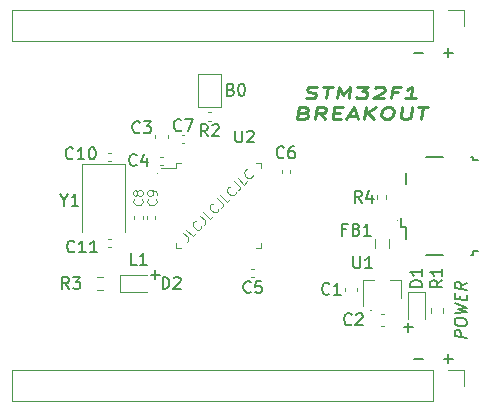
<source format=gbr>
%TF.GenerationSoftware,KiCad,Pcbnew,(5.1.7)-1*%
%TF.CreationDate,2020-11-21T17:57:00+01:00*%
%TF.ProjectId,SimpleTM32,53696d70-6c65-4544-9d33-322e6b696361,rev?*%
%TF.SameCoordinates,Original*%
%TF.FileFunction,Legend,Top*%
%TF.FilePolarity,Positive*%
%FSLAX46Y46*%
G04 Gerber Fmt 4.6, Leading zero omitted, Abs format (unit mm)*
G04 Created by KiCad (PCBNEW (5.1.7)-1) date 2020-11-21 17:57:00*
%MOMM*%
%LPD*%
G01*
G04 APERTURE LIST*
%ADD10C,0.150000*%
%ADD11C,0.120000*%
%ADD12C,0.125000*%
%ADD13C,0.250000*%
G04 APERTURE END LIST*
D10*
X73045238Y-35878571D02*
X73188095Y-35926190D01*
X73235714Y-35973809D01*
X73283333Y-36069047D01*
X73283333Y-36211904D01*
X73235714Y-36307142D01*
X73188095Y-36354761D01*
X73092857Y-36402380D01*
X72711904Y-36402380D01*
X72711904Y-35402380D01*
X73045238Y-35402380D01*
X73140476Y-35450000D01*
X73188095Y-35497619D01*
X73235714Y-35592857D01*
X73235714Y-35688095D01*
X73188095Y-35783333D01*
X73140476Y-35830952D01*
X73045238Y-35878571D01*
X72711904Y-35878571D01*
X73902380Y-35402380D02*
X73997619Y-35402380D01*
X74092857Y-35450000D01*
X74140476Y-35497619D01*
X74188095Y-35592857D01*
X74235714Y-35783333D01*
X74235714Y-36021428D01*
X74188095Y-36211904D01*
X74140476Y-36307142D01*
X74092857Y-36354761D01*
X73997619Y-36402380D01*
X73902380Y-36402380D01*
X73807142Y-36354761D01*
X73759523Y-36307142D01*
X73711904Y-36211904D01*
X73664285Y-36021428D01*
X73664285Y-35783333D01*
X73711904Y-35592857D01*
X73759523Y-35497619D01*
X73807142Y-35450000D01*
X73902380Y-35402380D01*
D11*
X84950000Y-54550000D02*
G75*
G03*
X84950000Y-54550000I-50000J0D01*
G01*
X87150000Y-47000000D02*
G75*
G03*
X87150000Y-47000000I-50000J0D01*
G01*
X66850000Y-42950000D02*
G75*
G03*
X66850000Y-42950000I-50000J0D01*
G01*
D10*
X87669047Y-56021428D02*
X88430952Y-56021428D01*
X88050000Y-56402380D02*
X88050000Y-55640476D01*
X66269047Y-51571428D02*
X67030952Y-51571428D01*
X66650000Y-51952380D02*
X66650000Y-51190476D01*
D12*
X68977291Y-48003147D02*
X69381352Y-48407208D01*
X69435227Y-48514958D01*
X69435227Y-48622708D01*
X69381352Y-48730457D01*
X69327478Y-48784332D01*
X70081725Y-48030085D02*
X69812351Y-48299459D01*
X69246665Y-47733773D01*
X70539661Y-47464399D02*
X70539661Y-47518274D01*
X70485786Y-47626024D01*
X70431911Y-47679898D01*
X70324162Y-47733773D01*
X70216412Y-47733773D01*
X70135600Y-47706836D01*
X70000913Y-47626024D01*
X69920101Y-47545211D01*
X69839288Y-47410524D01*
X69812351Y-47329712D01*
X69812351Y-47221963D01*
X69866226Y-47114213D01*
X69920101Y-47060338D01*
X70027850Y-47006463D01*
X70081725Y-47006463D01*
X70431911Y-46548528D02*
X70835972Y-46952589D01*
X70889847Y-47060338D01*
X70889847Y-47168088D01*
X70835972Y-47275837D01*
X70782097Y-47329712D01*
X71536345Y-46575465D02*
X71266971Y-46844839D01*
X70701285Y-46279154D01*
X71994280Y-46009780D02*
X71994280Y-46063654D01*
X71940406Y-46171404D01*
X71886531Y-46225279D01*
X71778781Y-46279154D01*
X71671032Y-46279154D01*
X71590219Y-46252216D01*
X71455532Y-46171404D01*
X71374720Y-46090592D01*
X71293908Y-45955905D01*
X71266971Y-45875093D01*
X71266971Y-45767343D01*
X71320845Y-45659593D01*
X71374720Y-45605719D01*
X71482470Y-45551844D01*
X71536345Y-45551844D01*
X71886531Y-45093908D02*
X72290592Y-45497969D01*
X72344467Y-45605719D01*
X72344467Y-45713468D01*
X72290592Y-45821218D01*
X72236717Y-45875093D01*
X72990964Y-45120845D02*
X72721590Y-45390219D01*
X72155905Y-44824534D01*
X73448900Y-44555160D02*
X73448900Y-44609035D01*
X73395025Y-44716784D01*
X73341150Y-44770659D01*
X73233401Y-44824534D01*
X73125651Y-44824534D01*
X73044839Y-44797597D01*
X72910152Y-44716784D01*
X72829340Y-44635972D01*
X72748528Y-44501285D01*
X72721590Y-44420473D01*
X72721590Y-44312723D01*
X72775465Y-44204974D01*
X72829340Y-44151099D01*
X72937089Y-44097224D01*
X72990964Y-44097224D01*
X73341150Y-43639288D02*
X73745211Y-44043349D01*
X73799086Y-44151099D01*
X73799086Y-44258849D01*
X73745211Y-44366598D01*
X73691337Y-44420473D01*
X74445584Y-43666226D02*
X74176210Y-43935600D01*
X73610524Y-43369914D01*
X74903520Y-43100540D02*
X74903520Y-43154415D01*
X74849645Y-43262165D01*
X74795770Y-43316039D01*
X74688021Y-43369914D01*
X74580271Y-43369914D01*
X74499459Y-43342977D01*
X74364772Y-43262165D01*
X74283960Y-43181352D01*
X74203147Y-43046665D01*
X74176210Y-42965853D01*
X74176210Y-42858104D01*
X74230085Y-42750354D01*
X74283960Y-42696479D01*
X74391709Y-42642604D01*
X74445584Y-42642604D01*
D13*
X79404985Y-36579761D02*
X79613318Y-36627380D01*
X79970461Y-36627380D01*
X80119270Y-36579761D01*
X80196651Y-36532142D01*
X80279985Y-36436904D01*
X80291889Y-36341666D01*
X80232366Y-36246428D01*
X80166889Y-36198809D01*
X80029985Y-36151190D01*
X79750223Y-36103571D01*
X79613318Y-36055952D01*
X79547842Y-36008333D01*
X79488318Y-35913095D01*
X79500223Y-35817857D01*
X79583556Y-35722619D01*
X79660937Y-35675000D01*
X79809747Y-35627380D01*
X80166889Y-35627380D01*
X80375223Y-35675000D01*
X80809747Y-35627380D02*
X81666889Y-35627380D01*
X81113318Y-36627380D02*
X81238318Y-35627380D01*
X82041889Y-36627380D02*
X82166889Y-35627380D01*
X82577604Y-36341666D01*
X83166889Y-35627380D01*
X83041889Y-36627380D01*
X83738318Y-35627380D02*
X84666889Y-35627380D01*
X84119270Y-36008333D01*
X84333556Y-36008333D01*
X84470461Y-36055952D01*
X84535937Y-36103571D01*
X84595461Y-36198809D01*
X84565699Y-36436904D01*
X84482366Y-36532142D01*
X84404985Y-36579761D01*
X84256175Y-36627380D01*
X83827604Y-36627380D01*
X83690699Y-36579761D01*
X83625223Y-36532142D01*
X85226413Y-35722619D02*
X85303794Y-35675000D01*
X85452604Y-35627380D01*
X85809747Y-35627380D01*
X85946651Y-35675000D01*
X86012127Y-35722619D01*
X86071651Y-35817857D01*
X86059747Y-35913095D01*
X85970461Y-36055952D01*
X85041889Y-36627380D01*
X85970461Y-36627380D01*
X87178794Y-36103571D02*
X86678794Y-36103571D01*
X86613318Y-36627380D02*
X86738318Y-35627380D01*
X87452604Y-35627380D01*
X88684747Y-36627380D02*
X87827604Y-36627380D01*
X88256175Y-36627380D02*
X88381175Y-35627380D01*
X88220461Y-35770238D01*
X88065699Y-35865476D01*
X87916889Y-35913095D01*
X79250223Y-37853571D02*
X79458556Y-37901190D01*
X79524032Y-37948809D01*
X79583556Y-38044047D01*
X79565699Y-38186904D01*
X79482366Y-38282142D01*
X79404985Y-38329761D01*
X79256175Y-38377380D01*
X78684747Y-38377380D01*
X78809747Y-37377380D01*
X79309747Y-37377380D01*
X79446651Y-37425000D01*
X79512127Y-37472619D01*
X79571651Y-37567857D01*
X79559747Y-37663095D01*
X79476413Y-37758333D01*
X79399032Y-37805952D01*
X79250223Y-37853571D01*
X78750223Y-37853571D01*
X81041889Y-38377380D02*
X80601413Y-37901190D01*
X80184747Y-38377380D02*
X80309747Y-37377380D01*
X80881175Y-37377380D01*
X81018080Y-37425000D01*
X81083556Y-37472619D01*
X81143080Y-37567857D01*
X81125223Y-37710714D01*
X81041889Y-37805952D01*
X80964508Y-37853571D01*
X80815699Y-37901190D01*
X80244270Y-37901190D01*
X81750223Y-37853571D02*
X82250223Y-37853571D01*
X82399032Y-38377380D02*
X81684747Y-38377380D01*
X81809747Y-37377380D01*
X82524032Y-37377380D01*
X83006175Y-38091666D02*
X83720461Y-38091666D01*
X82827604Y-38377380D02*
X83452604Y-37377380D01*
X83827604Y-38377380D01*
X84327604Y-38377380D02*
X84452604Y-37377380D01*
X85184747Y-38377380D02*
X84613318Y-37805952D01*
X85309747Y-37377380D02*
X84381175Y-37948809D01*
X86238318Y-37377380D02*
X86524032Y-37377380D01*
X86660937Y-37425000D01*
X86791889Y-37520238D01*
X86839508Y-37710714D01*
X86797842Y-38044047D01*
X86702604Y-38234523D01*
X86547842Y-38329761D01*
X86399032Y-38377380D01*
X86113318Y-38377380D01*
X85976413Y-38329761D01*
X85845461Y-38234523D01*
X85797842Y-38044047D01*
X85839508Y-37710714D01*
X85934747Y-37520238D01*
X86089508Y-37425000D01*
X86238318Y-37377380D01*
X87524032Y-37377380D02*
X87422842Y-38186904D01*
X87482366Y-38282142D01*
X87547842Y-38329761D01*
X87684747Y-38377380D01*
X87970461Y-38377380D01*
X88119270Y-38329761D01*
X88196651Y-38282142D01*
X88279985Y-38186904D01*
X88381175Y-37377380D01*
X88881175Y-37377380D02*
X89738318Y-37377380D01*
X89184747Y-38377380D02*
X89309747Y-37377380D01*
D10*
X88519047Y-58671428D02*
X89280952Y-58671428D01*
X91059047Y-58671428D02*
X91820952Y-58671428D01*
X91440000Y-59052380D02*
X91440000Y-58290476D01*
X88519047Y-32761428D02*
X89280952Y-32761428D01*
X91059047Y-32761428D02*
X91820952Y-32761428D01*
X91440000Y-33142380D02*
X91440000Y-32380476D01*
X93002380Y-56909508D02*
X92002380Y-56784508D01*
X92002380Y-56403556D01*
X92050000Y-56314270D01*
X92097619Y-56272604D01*
X92192857Y-56236889D01*
X92335714Y-56254747D01*
X92430952Y-56314270D01*
X92478571Y-56367842D01*
X92526190Y-56469032D01*
X92526190Y-56849985D01*
X92002380Y-55594032D02*
X92002380Y-55403556D01*
X92050000Y-55314270D01*
X92145238Y-55230937D01*
X92335714Y-55207127D01*
X92669047Y-55248794D01*
X92859523Y-55320223D01*
X92954761Y-55427366D01*
X93002380Y-55528556D01*
X93002380Y-55719032D01*
X92954761Y-55808318D01*
X92859523Y-55891651D01*
X92669047Y-55915461D01*
X92335714Y-55873794D01*
X92145238Y-55802366D01*
X92050000Y-55695223D01*
X92002380Y-55594032D01*
X92002380Y-54832127D02*
X93002380Y-54719032D01*
X92288095Y-54439270D01*
X93002380Y-54338080D01*
X92002380Y-53974985D01*
X92478571Y-53653556D02*
X92478571Y-53320223D01*
X93002380Y-53242842D02*
X93002380Y-53719032D01*
X92002380Y-53594032D01*
X92002380Y-53117842D01*
X93002380Y-52242842D02*
X92526190Y-52516651D01*
X93002380Y-52814270D02*
X92002380Y-52689270D01*
X92002380Y-52308318D01*
X92050000Y-52219032D01*
X92097619Y-52177366D01*
X92192857Y-52141651D01*
X92335714Y-52159508D01*
X92430952Y-52219032D01*
X92478571Y-52272604D01*
X92526190Y-52373794D01*
X92526190Y-52754747D01*
D11*
%TO.C,U2*%
X68390000Y-42560000D02*
X67100000Y-42560000D01*
X68390000Y-42110000D02*
X68390000Y-42560000D01*
X68840000Y-42110000D02*
X68390000Y-42110000D01*
X75610000Y-42110000D02*
X75610000Y-42560000D01*
X75160000Y-42110000D02*
X75610000Y-42110000D01*
X68390000Y-49330000D02*
X68390000Y-48880000D01*
X68840000Y-49330000D02*
X68390000Y-49330000D01*
X75610000Y-49330000D02*
X75610000Y-48880000D01*
X75160000Y-49330000D02*
X75610000Y-49330000D01*
%TO.C,R4*%
X85460000Y-44846359D02*
X85460000Y-45153641D01*
X86220000Y-44846359D02*
X86220000Y-45153641D01*
%TO.C,Y1*%
X60475000Y-42175000D02*
X60475000Y-47925000D01*
X64075000Y-42175000D02*
X60475000Y-42175000D01*
X64075000Y-47925000D02*
X64075000Y-42175000D01*
%TO.C,U1*%
X87430000Y-52040000D02*
X87430000Y-53500000D01*
X84270000Y-52040000D02*
X84270000Y-54200000D01*
X84270000Y-52040000D02*
X85200000Y-52040000D01*
X87430000Y-52040000D02*
X86500000Y-52040000D01*
%TO.C,R3*%
X62212258Y-51777500D02*
X61737742Y-51777500D01*
X62212258Y-52822500D02*
X61737742Y-52822500D01*
%TO.C,R2*%
X71096359Y-38555000D02*
X71403641Y-38555000D01*
X71096359Y-37795000D02*
X71403641Y-37795000D01*
%TO.C,R1*%
X89977500Y-54337742D02*
X89977500Y-54812258D01*
X91022500Y-54337742D02*
X91022500Y-54812258D01*
%TO.C,JP1*%
X72250000Y-34550000D02*
X72250000Y-37350000D01*
X72250000Y-37350000D02*
X70250000Y-37350000D01*
X70250000Y-37350000D02*
X70250000Y-34550000D01*
X70250000Y-34550000D02*
X72250000Y-34550000D01*
%TO.C,J3*%
X92770000Y-59630000D02*
X92770000Y-60960000D01*
X91440000Y-59630000D02*
X92770000Y-59630000D01*
X90170000Y-59630000D02*
X90170000Y-62290000D01*
X90170000Y-62290000D02*
X54550000Y-62290000D01*
X90170000Y-59630000D02*
X54550000Y-59630000D01*
X54550000Y-59630000D02*
X54550000Y-62290000D01*
%TO.C,J2*%
X92770000Y-29150000D02*
X92770000Y-30480000D01*
X91440000Y-29150000D02*
X92770000Y-29150000D01*
X90170000Y-29150000D02*
X90170000Y-31810000D01*
X90170000Y-31810000D02*
X54550000Y-31810000D01*
X90170000Y-29150000D02*
X54550000Y-29150000D01*
X54550000Y-29150000D02*
X54550000Y-31810000D01*
D10*
%TO.C,J1*%
X87850000Y-43920000D02*
X87850000Y-42920000D01*
X87850000Y-47520000D02*
X87850000Y-48520000D01*
X87425000Y-47520000D02*
X87850000Y-47520000D01*
X87425000Y-46795000D02*
X87425000Y-47520000D01*
X91000000Y-41570000D02*
X89600000Y-41570000D01*
X93550000Y-41570000D02*
X93400000Y-41570000D01*
X93550000Y-41870000D02*
X93550000Y-41570000D01*
X94000000Y-41870000D02*
X93550000Y-41870000D01*
X93550000Y-49570000D02*
X94000000Y-49570000D01*
X93550000Y-49870000D02*
X93550000Y-49570000D01*
X93400000Y-49870000D02*
X93550000Y-49870000D01*
X89600000Y-49870000D02*
X91000000Y-49870000D01*
D11*
%TO.C,FB1*%
X86410000Y-49317122D02*
X86410000Y-48517878D01*
X85290000Y-49317122D02*
X85290000Y-48517878D01*
%TO.C,D2*%
X63690000Y-53035000D02*
X65975000Y-53035000D01*
X63690000Y-51565000D02*
X63690000Y-53035000D01*
X65975000Y-51565000D02*
X63690000Y-51565000D01*
%TO.C,D1*%
X88040000Y-53052500D02*
X88040000Y-55337500D01*
X89510000Y-53052500D02*
X88040000Y-53052500D01*
X89510000Y-55337500D02*
X89510000Y-53052500D01*
%TO.C,C11*%
X62647164Y-49235000D02*
X62862836Y-49235000D01*
X62647164Y-48515000D02*
X62862836Y-48515000D01*
%TO.C,C10*%
X62652164Y-41935000D02*
X62867836Y-41935000D01*
X62652164Y-41215000D02*
X62867836Y-41215000D01*
%TO.C,C9*%
X66635000Y-46832836D02*
X66635000Y-46617164D01*
X65915000Y-46832836D02*
X65915000Y-46617164D01*
%TO.C,C8*%
X65585000Y-46827836D02*
X65585000Y-46612164D01*
X64865000Y-46827836D02*
X64865000Y-46612164D01*
%TO.C,C7*%
X68892164Y-40410000D02*
X69107836Y-40410000D01*
X68892164Y-39690000D02*
X69107836Y-39690000D01*
%TO.C,C6*%
X77340000Y-42712164D02*
X77340000Y-42927836D01*
X78060000Y-42712164D02*
X78060000Y-42927836D01*
%TO.C,C5*%
X75007836Y-51040000D02*
X74792164Y-51040000D01*
X75007836Y-51760000D02*
X74792164Y-51760000D01*
%TO.C,C4*%
X67277836Y-41565000D02*
X67062164Y-41565000D01*
X67277836Y-42285000D02*
X67062164Y-42285000D01*
%TO.C,C3*%
X67685000Y-39990580D02*
X67685000Y-39709420D01*
X66665000Y-39990580D02*
X66665000Y-39709420D01*
%TO.C,C2*%
X86040580Y-54865000D02*
X85759420Y-54865000D01*
X86040580Y-55885000D02*
X85759420Y-55885000D01*
%TO.C,C1*%
X82715000Y-52659420D02*
X82715000Y-52940580D01*
X83735000Y-52659420D02*
X83735000Y-52940580D01*
%TO.C,U2*%
D10*
X73438095Y-39352380D02*
X73438095Y-40161904D01*
X73485714Y-40257142D01*
X73533333Y-40304761D01*
X73628571Y-40352380D01*
X73819047Y-40352380D01*
X73914285Y-40304761D01*
X73961904Y-40257142D01*
X74009523Y-40161904D01*
X74009523Y-39352380D01*
X74438095Y-39447619D02*
X74485714Y-39400000D01*
X74580952Y-39352380D01*
X74819047Y-39352380D01*
X74914285Y-39400000D01*
X74961904Y-39447619D01*
X75009523Y-39542857D01*
X75009523Y-39638095D01*
X74961904Y-39780952D01*
X74390476Y-40352380D01*
X75009523Y-40352380D01*
%TO.C,R4*%
X84123333Y-45452380D02*
X83790000Y-44976190D01*
X83551904Y-45452380D02*
X83551904Y-44452380D01*
X83932857Y-44452380D01*
X84028095Y-44500000D01*
X84075714Y-44547619D01*
X84123333Y-44642857D01*
X84123333Y-44785714D01*
X84075714Y-44880952D01*
X84028095Y-44928571D01*
X83932857Y-44976190D01*
X83551904Y-44976190D01*
X84980476Y-44785714D02*
X84980476Y-45452380D01*
X84742380Y-44404761D02*
X84504285Y-45119047D01*
X85123333Y-45119047D01*
%TO.C,Y1*%
X58948809Y-45226190D02*
X58948809Y-45702380D01*
X58615476Y-44702380D02*
X58948809Y-45226190D01*
X59282142Y-44702380D01*
X60139285Y-45702380D02*
X59567857Y-45702380D01*
X59853571Y-45702380D02*
X59853571Y-44702380D01*
X59758333Y-44845238D01*
X59663095Y-44940476D01*
X59567857Y-44988095D01*
%TO.C,U1*%
X83428095Y-50002380D02*
X83428095Y-50811904D01*
X83475714Y-50907142D01*
X83523333Y-50954761D01*
X83618571Y-51002380D01*
X83809047Y-51002380D01*
X83904285Y-50954761D01*
X83951904Y-50907142D01*
X83999523Y-50811904D01*
X83999523Y-50002380D01*
X84999523Y-51002380D02*
X84428095Y-51002380D01*
X84713809Y-51002380D02*
X84713809Y-50002380D01*
X84618571Y-50145238D01*
X84523333Y-50240476D01*
X84428095Y-50288095D01*
%TO.C,R3*%
X59333333Y-52752380D02*
X59000000Y-52276190D01*
X58761904Y-52752380D02*
X58761904Y-51752380D01*
X59142857Y-51752380D01*
X59238095Y-51800000D01*
X59285714Y-51847619D01*
X59333333Y-51942857D01*
X59333333Y-52085714D01*
X59285714Y-52180952D01*
X59238095Y-52228571D01*
X59142857Y-52276190D01*
X58761904Y-52276190D01*
X59666666Y-51752380D02*
X60285714Y-51752380D01*
X59952380Y-52133333D01*
X60095238Y-52133333D01*
X60190476Y-52180952D01*
X60238095Y-52228571D01*
X60285714Y-52323809D01*
X60285714Y-52561904D01*
X60238095Y-52657142D01*
X60190476Y-52704761D01*
X60095238Y-52752380D01*
X59809523Y-52752380D01*
X59714285Y-52704761D01*
X59666666Y-52657142D01*
%TO.C,R2*%
X71083333Y-39827380D02*
X70750000Y-39351190D01*
X70511904Y-39827380D02*
X70511904Y-38827380D01*
X70892857Y-38827380D01*
X70988095Y-38875000D01*
X71035714Y-38922619D01*
X71083333Y-39017857D01*
X71083333Y-39160714D01*
X71035714Y-39255952D01*
X70988095Y-39303571D01*
X70892857Y-39351190D01*
X70511904Y-39351190D01*
X71464285Y-38922619D02*
X71511904Y-38875000D01*
X71607142Y-38827380D01*
X71845238Y-38827380D01*
X71940476Y-38875000D01*
X71988095Y-38922619D01*
X72035714Y-39017857D01*
X72035714Y-39113095D01*
X71988095Y-39255952D01*
X71416666Y-39827380D01*
X72035714Y-39827380D01*
%TO.C,R1*%
X90942380Y-52006666D02*
X90466190Y-52340000D01*
X90942380Y-52578095D02*
X89942380Y-52578095D01*
X89942380Y-52197142D01*
X89990000Y-52101904D01*
X90037619Y-52054285D01*
X90132857Y-52006666D01*
X90275714Y-52006666D01*
X90370952Y-52054285D01*
X90418571Y-52101904D01*
X90466190Y-52197142D01*
X90466190Y-52578095D01*
X90942380Y-51054285D02*
X90942380Y-51625714D01*
X90942380Y-51340000D02*
X89942380Y-51340000D01*
X90085238Y-51435238D01*
X90180476Y-51530476D01*
X90228095Y-51625714D01*
%TO.C,L1*%
X65058333Y-50727380D02*
X64582142Y-50727380D01*
X64582142Y-49727380D01*
X65915476Y-50727380D02*
X65344047Y-50727380D01*
X65629761Y-50727380D02*
X65629761Y-49727380D01*
X65534523Y-49870238D01*
X65439285Y-49965476D01*
X65344047Y-50013095D01*
%TO.C,FB1*%
X82826666Y-47718571D02*
X82493333Y-47718571D01*
X82493333Y-48242380D02*
X82493333Y-47242380D01*
X82969523Y-47242380D01*
X83683809Y-47718571D02*
X83826666Y-47766190D01*
X83874285Y-47813809D01*
X83921904Y-47909047D01*
X83921904Y-48051904D01*
X83874285Y-48147142D01*
X83826666Y-48194761D01*
X83731428Y-48242380D01*
X83350476Y-48242380D01*
X83350476Y-47242380D01*
X83683809Y-47242380D01*
X83779047Y-47290000D01*
X83826666Y-47337619D01*
X83874285Y-47432857D01*
X83874285Y-47528095D01*
X83826666Y-47623333D01*
X83779047Y-47670952D01*
X83683809Y-47718571D01*
X83350476Y-47718571D01*
X84874285Y-48242380D02*
X84302857Y-48242380D01*
X84588571Y-48242380D02*
X84588571Y-47242380D01*
X84493333Y-47385238D01*
X84398095Y-47480476D01*
X84302857Y-47528095D01*
%TO.C,D2*%
X67261904Y-52752380D02*
X67261904Y-51752380D01*
X67500000Y-51752380D01*
X67642857Y-51800000D01*
X67738095Y-51895238D01*
X67785714Y-51990476D01*
X67833333Y-52180952D01*
X67833333Y-52323809D01*
X67785714Y-52514285D01*
X67738095Y-52609523D01*
X67642857Y-52704761D01*
X67500000Y-52752380D01*
X67261904Y-52752380D01*
X68214285Y-51847619D02*
X68261904Y-51800000D01*
X68357142Y-51752380D01*
X68595238Y-51752380D01*
X68690476Y-51800000D01*
X68738095Y-51847619D01*
X68785714Y-51942857D01*
X68785714Y-52038095D01*
X68738095Y-52180952D01*
X68166666Y-52752380D01*
X68785714Y-52752380D01*
%TO.C,D1*%
X89232380Y-52588095D02*
X88232380Y-52588095D01*
X88232380Y-52350000D01*
X88280000Y-52207142D01*
X88375238Y-52111904D01*
X88470476Y-52064285D01*
X88660952Y-52016666D01*
X88803809Y-52016666D01*
X88994285Y-52064285D01*
X89089523Y-52111904D01*
X89184761Y-52207142D01*
X89232380Y-52350000D01*
X89232380Y-52588095D01*
X89232380Y-51064285D02*
X89232380Y-51635714D01*
X89232380Y-51350000D02*
X88232380Y-51350000D01*
X88375238Y-51445238D01*
X88470476Y-51540476D01*
X88518095Y-51635714D01*
%TO.C,C11*%
X59807142Y-49582142D02*
X59759523Y-49629761D01*
X59616666Y-49677380D01*
X59521428Y-49677380D01*
X59378571Y-49629761D01*
X59283333Y-49534523D01*
X59235714Y-49439285D01*
X59188095Y-49248809D01*
X59188095Y-49105952D01*
X59235714Y-48915476D01*
X59283333Y-48820238D01*
X59378571Y-48725000D01*
X59521428Y-48677380D01*
X59616666Y-48677380D01*
X59759523Y-48725000D01*
X59807142Y-48772619D01*
X60759523Y-49677380D02*
X60188095Y-49677380D01*
X60473809Y-49677380D02*
X60473809Y-48677380D01*
X60378571Y-48820238D01*
X60283333Y-48915476D01*
X60188095Y-48963095D01*
X61711904Y-49677380D02*
X61140476Y-49677380D01*
X61426190Y-49677380D02*
X61426190Y-48677380D01*
X61330952Y-48820238D01*
X61235714Y-48915476D01*
X61140476Y-48963095D01*
%TO.C,C10*%
X59682142Y-41682142D02*
X59634523Y-41729761D01*
X59491666Y-41777380D01*
X59396428Y-41777380D01*
X59253571Y-41729761D01*
X59158333Y-41634523D01*
X59110714Y-41539285D01*
X59063095Y-41348809D01*
X59063095Y-41205952D01*
X59110714Y-41015476D01*
X59158333Y-40920238D01*
X59253571Y-40825000D01*
X59396428Y-40777380D01*
X59491666Y-40777380D01*
X59634523Y-40825000D01*
X59682142Y-40872619D01*
X60634523Y-41777380D02*
X60063095Y-41777380D01*
X60348809Y-41777380D02*
X60348809Y-40777380D01*
X60253571Y-40920238D01*
X60158333Y-41015476D01*
X60063095Y-41063095D01*
X61253571Y-40777380D02*
X61348809Y-40777380D01*
X61444047Y-40825000D01*
X61491666Y-40872619D01*
X61539285Y-40967857D01*
X61586904Y-41158333D01*
X61586904Y-41396428D01*
X61539285Y-41586904D01*
X61491666Y-41682142D01*
X61444047Y-41729761D01*
X61348809Y-41777380D01*
X61253571Y-41777380D01*
X61158333Y-41729761D01*
X61110714Y-41682142D01*
X61063095Y-41586904D01*
X61015476Y-41396428D01*
X61015476Y-41158333D01*
X61063095Y-40967857D01*
X61110714Y-40872619D01*
X61158333Y-40825000D01*
X61253571Y-40777380D01*
%TO.C,C9*%
D12*
X66685714Y-45158333D02*
X66723809Y-45196428D01*
X66761904Y-45310714D01*
X66761904Y-45386904D01*
X66723809Y-45501190D01*
X66647619Y-45577380D01*
X66571428Y-45615476D01*
X66419047Y-45653571D01*
X66304761Y-45653571D01*
X66152380Y-45615476D01*
X66076190Y-45577380D01*
X66000000Y-45501190D01*
X65961904Y-45386904D01*
X65961904Y-45310714D01*
X66000000Y-45196428D01*
X66038095Y-45158333D01*
X66761904Y-44777380D02*
X66761904Y-44625000D01*
X66723809Y-44548809D01*
X66685714Y-44510714D01*
X66571428Y-44434523D01*
X66419047Y-44396428D01*
X66114285Y-44396428D01*
X66038095Y-44434523D01*
X66000000Y-44472619D01*
X65961904Y-44548809D01*
X65961904Y-44701190D01*
X66000000Y-44777380D01*
X66038095Y-44815476D01*
X66114285Y-44853571D01*
X66304761Y-44853571D01*
X66380952Y-44815476D01*
X66419047Y-44777380D01*
X66457142Y-44701190D01*
X66457142Y-44548809D01*
X66419047Y-44472619D01*
X66380952Y-44434523D01*
X66304761Y-44396428D01*
%TO.C,C8*%
X65510714Y-45158333D02*
X65548809Y-45196428D01*
X65586904Y-45310714D01*
X65586904Y-45386904D01*
X65548809Y-45501190D01*
X65472619Y-45577380D01*
X65396428Y-45615476D01*
X65244047Y-45653571D01*
X65129761Y-45653571D01*
X64977380Y-45615476D01*
X64901190Y-45577380D01*
X64825000Y-45501190D01*
X64786904Y-45386904D01*
X64786904Y-45310714D01*
X64825000Y-45196428D01*
X64863095Y-45158333D01*
X65129761Y-44701190D02*
X65091666Y-44777380D01*
X65053571Y-44815476D01*
X64977380Y-44853571D01*
X64939285Y-44853571D01*
X64863095Y-44815476D01*
X64825000Y-44777380D01*
X64786904Y-44701190D01*
X64786904Y-44548809D01*
X64825000Y-44472619D01*
X64863095Y-44434523D01*
X64939285Y-44396428D01*
X64977380Y-44396428D01*
X65053571Y-44434523D01*
X65091666Y-44472619D01*
X65129761Y-44548809D01*
X65129761Y-44701190D01*
X65167857Y-44777380D01*
X65205952Y-44815476D01*
X65282142Y-44853571D01*
X65434523Y-44853571D01*
X65510714Y-44815476D01*
X65548809Y-44777380D01*
X65586904Y-44701190D01*
X65586904Y-44548809D01*
X65548809Y-44472619D01*
X65510714Y-44434523D01*
X65434523Y-44396428D01*
X65282142Y-44396428D01*
X65205952Y-44434523D01*
X65167857Y-44472619D01*
X65129761Y-44548809D01*
%TO.C,C7*%
D10*
X68833333Y-39307142D02*
X68785714Y-39354761D01*
X68642857Y-39402380D01*
X68547619Y-39402380D01*
X68404761Y-39354761D01*
X68309523Y-39259523D01*
X68261904Y-39164285D01*
X68214285Y-38973809D01*
X68214285Y-38830952D01*
X68261904Y-38640476D01*
X68309523Y-38545238D01*
X68404761Y-38450000D01*
X68547619Y-38402380D01*
X68642857Y-38402380D01*
X68785714Y-38450000D01*
X68833333Y-38497619D01*
X69166666Y-38402380D02*
X69833333Y-38402380D01*
X69404761Y-39402380D01*
%TO.C,C6*%
X77533333Y-41607142D02*
X77485714Y-41654761D01*
X77342857Y-41702380D01*
X77247619Y-41702380D01*
X77104761Y-41654761D01*
X77009523Y-41559523D01*
X76961904Y-41464285D01*
X76914285Y-41273809D01*
X76914285Y-41130952D01*
X76961904Y-40940476D01*
X77009523Y-40845238D01*
X77104761Y-40750000D01*
X77247619Y-40702380D01*
X77342857Y-40702380D01*
X77485714Y-40750000D01*
X77533333Y-40797619D01*
X78390476Y-40702380D02*
X78200000Y-40702380D01*
X78104761Y-40750000D01*
X78057142Y-40797619D01*
X77961904Y-40940476D01*
X77914285Y-41130952D01*
X77914285Y-41511904D01*
X77961904Y-41607142D01*
X78009523Y-41654761D01*
X78104761Y-41702380D01*
X78295238Y-41702380D01*
X78390476Y-41654761D01*
X78438095Y-41607142D01*
X78485714Y-41511904D01*
X78485714Y-41273809D01*
X78438095Y-41178571D01*
X78390476Y-41130952D01*
X78295238Y-41083333D01*
X78104761Y-41083333D01*
X78009523Y-41130952D01*
X77961904Y-41178571D01*
X77914285Y-41273809D01*
%TO.C,C5*%
X74733333Y-53007142D02*
X74685714Y-53054761D01*
X74542857Y-53102380D01*
X74447619Y-53102380D01*
X74304761Y-53054761D01*
X74209523Y-52959523D01*
X74161904Y-52864285D01*
X74114285Y-52673809D01*
X74114285Y-52530952D01*
X74161904Y-52340476D01*
X74209523Y-52245238D01*
X74304761Y-52150000D01*
X74447619Y-52102380D01*
X74542857Y-52102380D01*
X74685714Y-52150000D01*
X74733333Y-52197619D01*
X75638095Y-52102380D02*
X75161904Y-52102380D01*
X75114285Y-52578571D01*
X75161904Y-52530952D01*
X75257142Y-52483333D01*
X75495238Y-52483333D01*
X75590476Y-52530952D01*
X75638095Y-52578571D01*
X75685714Y-52673809D01*
X75685714Y-52911904D01*
X75638095Y-53007142D01*
X75590476Y-53054761D01*
X75495238Y-53102380D01*
X75257142Y-53102380D01*
X75161904Y-53054761D01*
X75114285Y-53007142D01*
%TO.C,C4*%
X65058333Y-42257142D02*
X65010714Y-42304761D01*
X64867857Y-42352380D01*
X64772619Y-42352380D01*
X64629761Y-42304761D01*
X64534523Y-42209523D01*
X64486904Y-42114285D01*
X64439285Y-41923809D01*
X64439285Y-41780952D01*
X64486904Y-41590476D01*
X64534523Y-41495238D01*
X64629761Y-41400000D01*
X64772619Y-41352380D01*
X64867857Y-41352380D01*
X65010714Y-41400000D01*
X65058333Y-41447619D01*
X65915476Y-41685714D02*
X65915476Y-42352380D01*
X65677380Y-41304761D02*
X65439285Y-42019047D01*
X66058333Y-42019047D01*
%TO.C,C3*%
X65333333Y-39482142D02*
X65285714Y-39529761D01*
X65142857Y-39577380D01*
X65047619Y-39577380D01*
X64904761Y-39529761D01*
X64809523Y-39434523D01*
X64761904Y-39339285D01*
X64714285Y-39148809D01*
X64714285Y-39005952D01*
X64761904Y-38815476D01*
X64809523Y-38720238D01*
X64904761Y-38625000D01*
X65047619Y-38577380D01*
X65142857Y-38577380D01*
X65285714Y-38625000D01*
X65333333Y-38672619D01*
X65666666Y-38577380D02*
X66285714Y-38577380D01*
X65952380Y-38958333D01*
X66095238Y-38958333D01*
X66190476Y-39005952D01*
X66238095Y-39053571D01*
X66285714Y-39148809D01*
X66285714Y-39386904D01*
X66238095Y-39482142D01*
X66190476Y-39529761D01*
X66095238Y-39577380D01*
X65809523Y-39577380D01*
X65714285Y-39529761D01*
X65666666Y-39482142D01*
%TO.C,C2*%
X83263333Y-55737142D02*
X83215714Y-55784761D01*
X83072857Y-55832380D01*
X82977619Y-55832380D01*
X82834761Y-55784761D01*
X82739523Y-55689523D01*
X82691904Y-55594285D01*
X82644285Y-55403809D01*
X82644285Y-55260952D01*
X82691904Y-55070476D01*
X82739523Y-54975238D01*
X82834761Y-54880000D01*
X82977619Y-54832380D01*
X83072857Y-54832380D01*
X83215714Y-54880000D01*
X83263333Y-54927619D01*
X83644285Y-54927619D02*
X83691904Y-54880000D01*
X83787142Y-54832380D01*
X84025238Y-54832380D01*
X84120476Y-54880000D01*
X84168095Y-54927619D01*
X84215714Y-55022857D01*
X84215714Y-55118095D01*
X84168095Y-55260952D01*
X83596666Y-55832380D01*
X84215714Y-55832380D01*
%TO.C,C1*%
X81383333Y-53157142D02*
X81335714Y-53204761D01*
X81192857Y-53252380D01*
X81097619Y-53252380D01*
X80954761Y-53204761D01*
X80859523Y-53109523D01*
X80811904Y-53014285D01*
X80764285Y-52823809D01*
X80764285Y-52680952D01*
X80811904Y-52490476D01*
X80859523Y-52395238D01*
X80954761Y-52300000D01*
X81097619Y-52252380D01*
X81192857Y-52252380D01*
X81335714Y-52300000D01*
X81383333Y-52347619D01*
X82335714Y-53252380D02*
X81764285Y-53252380D01*
X82050000Y-53252380D02*
X82050000Y-52252380D01*
X81954761Y-52395238D01*
X81859523Y-52490476D01*
X81764285Y-52538095D01*
%TD*%
M02*

</source>
